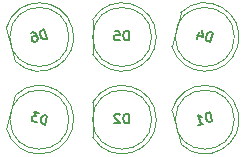
<source format=gbr>
%TF.GenerationSoftware,KiCad,Pcbnew,(7.0.0-0)*%
%TF.CreationDate,2023-03-05T10:41:00+01:00*%
%TF.ProjectId,FancyLight,46616e63-794c-4696-9768-742e6b696361,A*%
%TF.SameCoordinates,Original*%
%TF.FileFunction,AssemblyDrawing,Bot*%
%FSLAX46Y46*%
G04 Gerber Fmt 4.6, Leading zero omitted, Abs format (unit mm)*
G04 Created by KiCad (PCBNEW (7.0.0-0)) date 2023-03-05 10:41:00*
%MOMM*%
%LPD*%
G01*
G04 APERTURE LIST*
%ADD10C,0.200000*%
%ADD11C,0.100000*%
G04 APERTURE END LIST*
D10*
X144627104Y-87136239D02*
X144420049Y-86363499D01*
X144420049Y-86363499D02*
X144236063Y-86412798D01*
X144236063Y-86412798D02*
X144135532Y-86479174D01*
X144135532Y-86479174D02*
X144081657Y-86572488D01*
X144081657Y-86572488D02*
X144064579Y-86655942D01*
X144064579Y-86655942D02*
X144067221Y-86812991D01*
X144067221Y-86812991D02*
X144096800Y-86923382D01*
X144096800Y-86923382D02*
X144173037Y-87060711D01*
X144173037Y-87060711D02*
X144229553Y-87124446D01*
X144229553Y-87124446D02*
X144322867Y-87178320D01*
X144322867Y-87178320D02*
X144443119Y-87185538D01*
X144443119Y-87185538D02*
X144627104Y-87136239D01*
X143449595Y-87451752D02*
X143891161Y-87333435D01*
X143670378Y-87392593D02*
X143463323Y-86619853D01*
X143463323Y-86619853D02*
X143566496Y-86710525D01*
X143566496Y-86710525D02*
X143659810Y-86764400D01*
X143659810Y-86764400D02*
X143743264Y-86781477D01*
X137570475Y-87293904D02*
X137570475Y-86493904D01*
X137570475Y-86493904D02*
X137379999Y-86493904D01*
X137379999Y-86493904D02*
X137265713Y-86532000D01*
X137265713Y-86532000D02*
X137189523Y-86608190D01*
X137189523Y-86608190D02*
X137151428Y-86684380D01*
X137151428Y-86684380D02*
X137113332Y-86836761D01*
X137113332Y-86836761D02*
X137113332Y-86951047D01*
X137113332Y-86951047D02*
X137151428Y-87103428D01*
X137151428Y-87103428D02*
X137189523Y-87179619D01*
X137189523Y-87179619D02*
X137265713Y-87255809D01*
X137265713Y-87255809D02*
X137379999Y-87293904D01*
X137379999Y-87293904D02*
X137570475Y-87293904D01*
X136808571Y-86570095D02*
X136770475Y-86532000D01*
X136770475Y-86532000D02*
X136694285Y-86493904D01*
X136694285Y-86493904D02*
X136503809Y-86493904D01*
X136503809Y-86493904D02*
X136427618Y-86532000D01*
X136427618Y-86532000D02*
X136389523Y-86570095D01*
X136389523Y-86570095D02*
X136351428Y-86646285D01*
X136351428Y-86646285D02*
X136351428Y-86722476D01*
X136351428Y-86722476D02*
X136389523Y-86836761D01*
X136389523Y-86836761D02*
X136846666Y-87293904D01*
X136846666Y-87293904D02*
X136351428Y-87293904D01*
X130474968Y-87431540D02*
X130682023Y-86658799D01*
X130682023Y-86658799D02*
X130498038Y-86609501D01*
X130498038Y-86609501D02*
X130377786Y-86616718D01*
X130377786Y-86616718D02*
X130284472Y-86670593D01*
X130284472Y-86670593D02*
X130227956Y-86734328D01*
X130227956Y-86734328D02*
X130151719Y-86871657D01*
X130151719Y-86871657D02*
X130122140Y-86982048D01*
X130122140Y-86982048D02*
X130119498Y-87139097D01*
X130119498Y-87139097D02*
X130136576Y-87222551D01*
X130136576Y-87222551D02*
X130190451Y-87315865D01*
X130190451Y-87315865D02*
X130290982Y-87382241D01*
X130290982Y-87382241D02*
X130474968Y-87431540D01*
X129982877Y-86471464D02*
X129504514Y-86343287D01*
X129504514Y-86343287D02*
X129683216Y-86706682D01*
X129683216Y-86706682D02*
X129572824Y-86677103D01*
X129572824Y-86677103D02*
X129489370Y-86694181D01*
X129489370Y-86694181D02*
X129442713Y-86721118D01*
X129442713Y-86721118D02*
X129386197Y-86784853D01*
X129386197Y-86784853D02*
X129336898Y-86968839D01*
X129336898Y-86968839D02*
X129353975Y-87052293D01*
X129353975Y-87052293D02*
X129380913Y-87098950D01*
X129380913Y-87098950D02*
X129444647Y-87155466D01*
X129444647Y-87155466D02*
X129665430Y-87214625D01*
X129665430Y-87214625D02*
X129748884Y-87197547D01*
X129748884Y-87197547D02*
X129795541Y-87170610D01*
X144474968Y-80431540D02*
X144682023Y-79658799D01*
X144682023Y-79658799D02*
X144498038Y-79609501D01*
X144498038Y-79609501D02*
X144377786Y-79616718D01*
X144377786Y-79616718D02*
X144284472Y-79670593D01*
X144284472Y-79670593D02*
X144227956Y-79734328D01*
X144227956Y-79734328D02*
X144151719Y-79871657D01*
X144151719Y-79871657D02*
X144122140Y-79982048D01*
X144122140Y-79982048D02*
X144119498Y-80139097D01*
X144119498Y-80139097D02*
X144136576Y-80222551D01*
X144136576Y-80222551D02*
X144190451Y-80315865D01*
X144190451Y-80315865D02*
X144290982Y-80382241D01*
X144290982Y-80382241D02*
X144474968Y-80431540D01*
X143509090Y-79620586D02*
X143371053Y-80135747D01*
X143771954Y-79375508D02*
X143808043Y-79976764D01*
X143808043Y-79976764D02*
X143329680Y-79848587D01*
X137570475Y-80293904D02*
X137570475Y-79493904D01*
X137570475Y-79493904D02*
X137379999Y-79493904D01*
X137379999Y-79493904D02*
X137265713Y-79532000D01*
X137265713Y-79532000D02*
X137189523Y-79608190D01*
X137189523Y-79608190D02*
X137151428Y-79684380D01*
X137151428Y-79684380D02*
X137113332Y-79836761D01*
X137113332Y-79836761D02*
X137113332Y-79951047D01*
X137113332Y-79951047D02*
X137151428Y-80103428D01*
X137151428Y-80103428D02*
X137189523Y-80179619D01*
X137189523Y-80179619D02*
X137265713Y-80255809D01*
X137265713Y-80255809D02*
X137379999Y-80293904D01*
X137379999Y-80293904D02*
X137570475Y-80293904D01*
X136389523Y-79493904D02*
X136770475Y-79493904D01*
X136770475Y-79493904D02*
X136808571Y-79874857D01*
X136808571Y-79874857D02*
X136770475Y-79836761D01*
X136770475Y-79836761D02*
X136694285Y-79798666D01*
X136694285Y-79798666D02*
X136503809Y-79798666D01*
X136503809Y-79798666D02*
X136427618Y-79836761D01*
X136427618Y-79836761D02*
X136389523Y-79874857D01*
X136389523Y-79874857D02*
X136351428Y-79951047D01*
X136351428Y-79951047D02*
X136351428Y-80141523D01*
X136351428Y-80141523D02*
X136389523Y-80217714D01*
X136389523Y-80217714D02*
X136427618Y-80255809D01*
X136427618Y-80255809D02*
X136503809Y-80293904D01*
X136503809Y-80293904D02*
X136694285Y-80293904D01*
X136694285Y-80293904D02*
X136770475Y-80255809D01*
X136770475Y-80255809D02*
X136808571Y-80217714D01*
X130627104Y-80136239D02*
X130420049Y-79363499D01*
X130420049Y-79363499D02*
X130236063Y-79412798D01*
X130236063Y-79412798D02*
X130135532Y-79479174D01*
X130135532Y-79479174D02*
X130081657Y-79572488D01*
X130081657Y-79572488D02*
X130064579Y-79655942D01*
X130064579Y-79655942D02*
X130067221Y-79812991D01*
X130067221Y-79812991D02*
X130096800Y-79923382D01*
X130096800Y-79923382D02*
X130173037Y-80060711D01*
X130173037Y-80060711D02*
X130229553Y-80124446D01*
X130229553Y-80124446D02*
X130322867Y-80178320D01*
X130322867Y-80178320D02*
X130443119Y-80185538D01*
X130443119Y-80185538D02*
X130627104Y-80136239D01*
X129316134Y-79659292D02*
X129463323Y-79619853D01*
X129463323Y-79619853D02*
X129546777Y-79636930D01*
X129546777Y-79636930D02*
X129593434Y-79663868D01*
X129593434Y-79663868D02*
X129696607Y-79754540D01*
X129696607Y-79754540D02*
X129772844Y-79891869D01*
X129772844Y-79891869D02*
X129851722Y-80186246D01*
X129851722Y-80186246D02*
X129834644Y-80269700D01*
X129834644Y-80269700D02*
X129807707Y-80316357D01*
X129807707Y-80316357D02*
X129743972Y-80372874D01*
X129743972Y-80372874D02*
X129596784Y-80412313D01*
X129596784Y-80412313D02*
X129513329Y-80395235D01*
X129513329Y-80395235D02*
X129466673Y-80368298D01*
X129466673Y-80368298D02*
X129410156Y-80304563D01*
X129410156Y-80304563D02*
X129360857Y-80120577D01*
X129360857Y-80120577D02*
X129377935Y-80037123D01*
X129377935Y-80037123D02*
X129404872Y-79990466D01*
X129404872Y-79990466D02*
X129468607Y-79933950D01*
X129468607Y-79933950D02*
X129615795Y-79894511D01*
X129615795Y-79894511D02*
X129699249Y-79911588D01*
X129699249Y-79911588D02*
X129745906Y-79938526D01*
X129745906Y-79938526D02*
X129802423Y-80002260D01*
D11*
X141965570Y-89066663D02*
X141204801Y-86227432D01*
X141965570Y-89066663D02*
G75*
G03*
X141204792Y-86227463I2034430J2066663D01*
G01*
X146500001Y-87000000D02*
G75*
G03*
X146500001Y-87000000I-2500001J0D01*
G01*
X134500000Y-88469694D02*
X134500000Y-85530306D01*
X134500001Y-88469693D02*
G75*
G03*
X134499985Y-85530334I2499999J1469693D01*
G01*
X139500000Y-87000000D02*
G75*
G03*
X139500000Y-87000000I-2500000J0D01*
G01*
X127204801Y-87772568D02*
X127965570Y-84933337D01*
X127204802Y-87772568D02*
G75*
G03*
X127965548Y-84933360I2795198J772568D01*
G01*
X132500001Y-87000000D02*
G75*
G03*
X132500001Y-87000000I-2500001J0D01*
G01*
X141204801Y-80772568D02*
X141965570Y-77933337D01*
X141204802Y-80772568D02*
G75*
G03*
X141965548Y-77933360I2795198J772568D01*
G01*
X146500001Y-80000000D02*
G75*
G03*
X146500001Y-80000000I-2500001J0D01*
G01*
X134500000Y-81469694D02*
X134500000Y-78530306D01*
X134500001Y-81469693D02*
G75*
G03*
X134499985Y-78530334I2499999J1469693D01*
G01*
X139500000Y-80000000D02*
G75*
G03*
X139500000Y-80000000I-2500000J0D01*
G01*
X127965570Y-82066663D02*
X127204801Y-79227432D01*
X127965570Y-82066663D02*
G75*
G03*
X127204792Y-79227463I2034430J2066663D01*
G01*
X132500001Y-80000000D02*
G75*
G03*
X132500001Y-80000000I-2500001J0D01*
G01*
M02*

</source>
